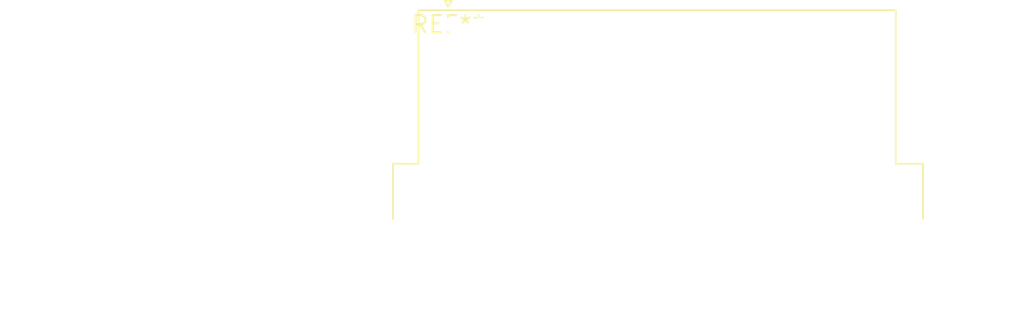
<source format=kicad_pcb>
(kicad_pcb (version 20240108) (generator pcbnew)
  (layers (0 "F.Cu" signal) (31 "B.Cu" signal) (34 "B.Paste" user) (35 "F.Paste" user) (36 "B.SilkS" user "B.Silkscreen") (37 "F.SilkS" user "F.Silkscreen") (38 "B.Mask" user) (39 "F.Mask" user) (44 "Edge.Cuts" user))
  (net 0 "")
  (footprint "DSUB-44-HD_Male_Horizontal_P2.29x2.54mm_EdgePinOffset9.40mm" (layer "F.Cu") (at 0 0)
    (property "Reference" "REF**")
    (property "Value" "DSUB-44-HD_Male_Horizontal_P2.29x2.54mm_EdgePinOffset9.40mm")
    (fp_line (start -4.085 10.32) (end -2.205 10.32) (layer "F.SilkS") (stroke (width 0.12)))
    (fp_line (start -4.085 14.42) (end -4.085 10.32) (layer "F.SilkS") (stroke (width 0.12)))
    (fp_line (start -2.205 -1.06) (end 33.12 -1.06) (layer "F.SilkS") (stroke (width 0.12)))
    (fp_line (start -2.205 10.32) (end -2.205 -1.06) (layer "F.SilkS") (stroke (width 0.12)))
    (fp_line (start -0.25 -1.754338) (end 0.25 -1.754338) (layer "F.SilkS") (stroke (width 0.12)))
    (fp_line (start 0 -1.321325) (end -0.25 -1.754338) (layer "F.SilkS") (stroke (width 0.12)))
    (fp_line (start 0.25 -1.754338) (end 0 -1.321325) (layer "F.SilkS") (stroke (width 0.12)))
    (fp_line (start 33.12 -1.06) (end 33.12 10.32) (layer "F.SilkS") (stroke (width 0.12)))
    (fp_line (start 33.12 10.32) (end 35.135 10.32) (layer "F.SilkS") (stroke (width 0.12)))
    (fp_line (start 35.135 10.32) (end 35.135 14.42) (layer "F.SilkS") (stroke (width 0.12)))
    (pad "1" thru_hole rect (at 0 0) (size 1.6 1.6) (drill 1) (layers *.Cu *.Mask) (remove_unused_layers))
    (pad "2" thru_hole circle (at 2.29 0) (size 1.6 1.6) (drill 1) (layers *.Cu *.Mask) (remove_unused_layers))
    (pad "3" thru_hole circle (at 4.58 0) (size 1.6 1.6) (drill 1) (layers *.Cu *.Mask) (remove_unused_layers))
    (pad "4" thru_hole circle (at 6.87 0) (size 1.6 1.6) (drill 1) (layers *.Cu *.Mask) (remove_unused_layers))
    (pad "5" thru_hole circle (at 9.16 0) (size 1.6 1.6) (drill 1) (layers *.Cu *.Mask) (remove_unused_layers))
    (pad "6" thru_hole circle (at 11.45 0) (size 1.6 1.6) (drill 1) (layers *.Cu *.Mask) (remove_unused_layers))
    (pad "7" thru_hole circle (at 13.74 0) (size 1.6 1.6) (drill 1) (layers *.Cu *.Mask) (remove_unused_layers))
    (pad "8" thru_hole circle (at 16.03 0) (size 1.6 1.6) (drill 1) (layers *.Cu *.Mask) (remove_unused_layers))
    (pad "9" thru_hole circle (at 18.32 0) (size 1.6 1.6) (drill 1) (layers *.Cu *.Mask) (remove_unused_layers))
    (pad "10" thru_hole circle (at 20.61 0) (size 1.6 1.6) (drill 1) (layers *.Cu *.Mask) (remove_unused_layers))
    (pad "11" thru_hole circle (at 22.9 0) (size 1.6 1.6) (drill 1) (layers *.Cu *.Mask) (remove_unused_layers))
    (pad "12" thru_hole circle (at 25.19 0) (size 1.6 1.6) (drill 1) (layers *.Cu *.Mask) (remove_unused_layers))
    (pad "13" thru_hole circle (at 27.48 0) (size 1.6 1.6) (drill 1) (layers *.Cu *.Mask) (remove_unused_layers))
    (pad "14" thru_hole circle (at 29.77 0) (size 1.6 1.6) (drill 1) (layers *.Cu *.Mask) (remove_unused_layers))
    (pad "15" thru_hole circle (at 32.06 0) (size 1.6 1.6) (drill 1) (layers *.Cu *.Mask) (remove_unused_layers))
    (pad "16" thru_hole circle (at -1.145 2.54) (size 1.6 1.6) (drill 1) (layers *.Cu *.Mask) (remove_unused_layers))
    (pad "17" thru_hole circle (at 1.145 2.54) (size 1.6 1.6) (drill 1) (layers *.Cu *.Mask) (remove_unused_layers))
    (pad "18" thru_hole circle (at 3.435 2.54) (size 1.6 1.6) (drill 1) (layers *.Cu *.Mask) (remove_unused_layers))
    (pad "19" thru_hole circle (at 5.725 2.54) (size 1.6 1.6) (drill 1) (layers *.Cu *.Mask) (remove_unused_layers))
    (pad "20" thru_hole circle (at 8.015 2.54) (size 1.6 1.6) (drill 1) (layers *.Cu *.Mask) (remove_unused_layers))
    (pad "21" thru_hole circle (at 10.305 2.54) (size 1.6 1.6) (drill 1) (layers *.Cu *.Mask) (remove_unused_layers))
    (pad "22" thru_hole circle (at 12.595 2.54) (size 1.6 1.6) (drill 1) (layers *.Cu *.Mask) (remove_unused_layers))
    (pad "23" thru_hole circle (at 14.885 2.54) (size 1.6 1.6) (drill 1) (layers *.Cu *.Mask) (remove_unused_layers))
    (pad "24" thru_hole circle (at 17.175 2.54) (size 1.6 1.6) (drill 1) (layers *.Cu *.Mask) (remove_unused_layers))
    (pad "25" thru_hole circle (at 19.465 2.54) (size 1.6 1.6) (drill 1) (layers *.Cu *.Mask) (remove_unused_layers))
    (pad "26" thru_hole circle (at 21.755 2.54) (size 1.6 1.6) (drill 1) (layers *.Cu *.Mask) (remove_unused_layers))
    (pad "27" thru_hole circle (at 24.045 2.54) (size 1.6 1.6) (drill 1) (layers *.Cu *.Mask) (remove_unused_layers))
    (pad "28" thru_hole circle (at 26.335 2.54) (size 1.6 1.6) (drill 1) (layers *.Cu *.Mask) (remove_unused_layers))
    (pad "29" thru_hole circle (at 28.625 2.54) (size 1.6 1.6) (drill 1) (layers *.Cu *.Mask) (remove_unused_layers))
    (pad "30" thru_hole circle (at 30.915 2.54) (size 1.6 1.6) (drill 1) (layers *.Cu *.Mask) (remove_unused_layers))
    (pad "31" thru_hole circle (at 0 5.08) (size 1.6 1.6) (drill 1) (layers *.Cu *.Mask) (remove_unused_layers))
    (pad "32" thru_hole circle (at 2.29 5.08) (size 1.6 1.6) (drill 1) (layers *.Cu *.Mask) (remove_unused_layers))
    (pad "33" thru_hole circle (at 4.58 5.08) (size 1.6 1.6) (drill 1) (layers *.Cu *.Mask) (remove_unused_layers))
    (pad "34" thru_hole circle (at 6.87 5.08) (size 1.6 1.6) (drill 1) (layers *.Cu *.Mask) (remove_unused_layers))
    (pad "35" thru_hole circle (at 9.16 5.08) (size 1.6 1.6) (drill 1) (layers *.Cu *.Mask) (remove_unused_layers))
    (pad "36" thru_hole circle (at 11.45 5.08) (size 1.6 1.6) (drill 1) (layers *.Cu *.Mask) (remove_unused_layers))
    (pad "37" thru_hole circle (at 13.74 5.08) (size 1.6 1.6) (drill 1) (layers *.Cu *.Mask) (remove_unused_layers))
    (pad "38" thru_hole circle (at 16.03 5.08) (size 1.6 1.6) (drill 1) (layers *.Cu *.Mask) (remove_unused_layers))
    (pad "39" thru_hole circle (at 18.32 5.08) (size 1.6 1.6) (drill 1) (layers *.Cu *.Mask) (remove_unused_layers))
    (pad "40" thru_hole circle (at 20.61 5.08) (size 1.6 1.6) (drill 1) (layers *.Cu *.Mask) (remove_unused_layers))
    (pad "41" thru_hole circle (at 22.9 5.08) (size 1.6 1.6) (drill 1) (layers *.Cu *.Mask) (remove_unused_layers))
    (pad "42" thru_hole circle (at 25.19 5.08) (size 1.6 1.6) (drill 1) (layers *.Cu *.Mask) (remove_unused_layers))
    (pad "43" thru_hole circle (at 27.48 5.08) (size 1.6 1.6) (drill 1) (layers *.Cu *.Mask) (remove_unused_layers))
    (pad "44" thru_hole circle (at 29.77 5.08) (size 1.6 1.6) (drill 1) (layers *.Cu *.Mask) (remove_unused_layers))
  )
)
</source>
